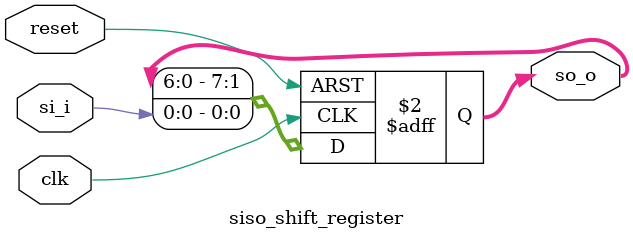
<source format=sv>
module siso_shift_register (
  input   wire clk,
  input   wire reset,

  input   wire si_i,

  output  reg [7:0] so_o
);

    always_ff @(posedge clk or posedge reset) begin : counter
        if (reset) begin
            so_o <= 8'b0;
        end else begin
            so_o <= {so_o, si_i};
        end
    end

endmodule
</source>
